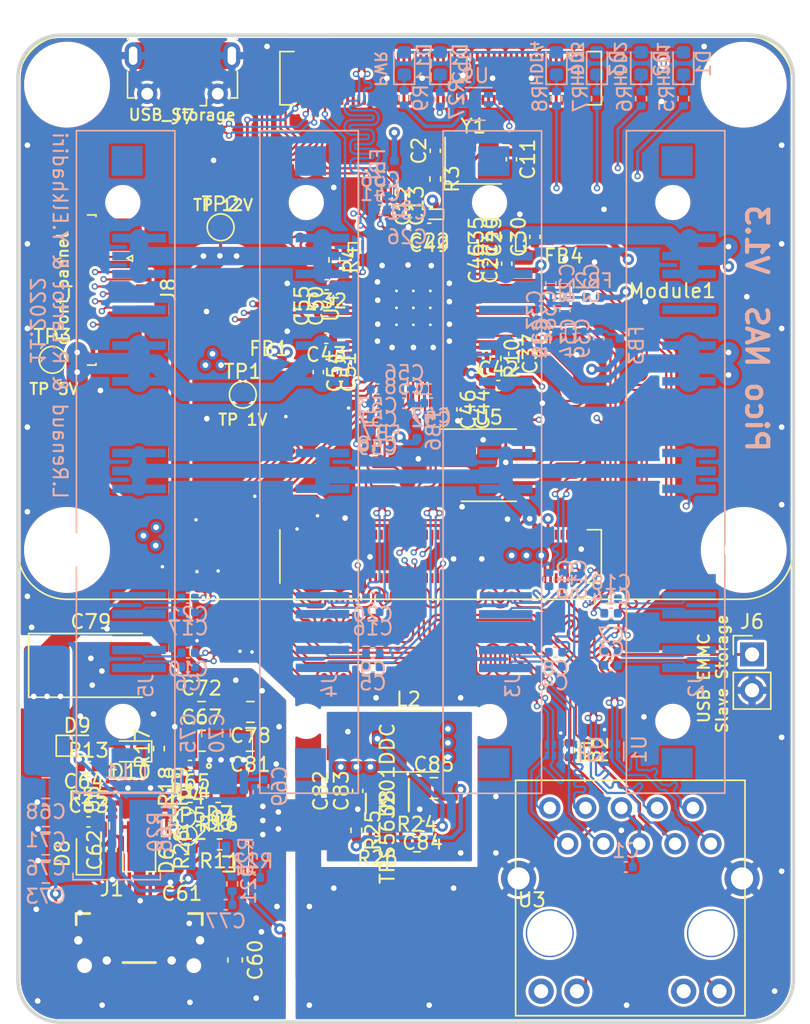
<source format=kicad_pcb>
(kicad_pcb (version 20211014) (generator pcbnew)

  (general
    (thickness 0.99)
  )

  (paper "A4")
  (layers
    (0 "F.Cu" signal)
    (1 "In1.Cu" power)
    (2 "In2.Cu" power)
    (31 "B.Cu" signal)
    (32 "B.Adhes" user "B.Adhesive")
    (33 "F.Adhes" user "F.Adhesive")
    (34 "B.Paste" user)
    (35 "F.Paste" user)
    (36 "B.SilkS" user "B.Silkscreen")
    (37 "F.SilkS" user "F.Silkscreen")
    (38 "B.Mask" user)
    (39 "F.Mask" user)
    (40 "Dwgs.User" user "User.Drawings")
    (41 "Cmts.User" user "User.Comments")
    (42 "Eco1.User" user "User.Eco1")
    (43 "Eco2.User" user "User.Eco2")
    (44 "Edge.Cuts" user)
    (45 "Margin" user)
    (46 "B.CrtYd" user "B.Courtyard")
    (47 "F.CrtYd" user "F.Courtyard")
    (48 "B.Fab" user)
    (49 "F.Fab" user)
    (50 "User.1" user)
    (51 "User.2" user)
    (52 "User.3" user)
    (53 "User.4" user)
    (54 "User.5" user)
    (55 "User.6" user)
    (56 "User.7" user)
    (57 "User.8" user)
    (58 "User.9" user)
  )

  (setup
    (stackup
      (layer "F.SilkS" (type "Top Silk Screen") (color "White"))
      (layer "F.Paste" (type "Top Solder Paste"))
      (layer "F.Mask" (type "Top Solder Mask") (color "Black") (thickness 0.01))
      (layer "F.Cu" (type "copper") (thickness 0.035))
      (layer "dielectric 1" (type "prepreg") (thickness 0.1) (material "FR4") (epsilon_r 4.5) (loss_tangent 0.02))
      (layer "In1.Cu" (type "copper") (thickness 0.0175))
      (layer "dielectric 2" (type "core") (thickness 0.665) (material "FR4") (epsilon_r 4.5) (loss_tangent 0.02))
      (layer "In2.Cu" (type "copper") (thickness 0.0175))
      (layer "dielectric 3" (type "prepreg") (thickness 0.1) (material "FR4") (epsilon_r 4.5) (loss_tangent 0.02))
      (layer "B.Cu" (type "copper") (thickness 0.035))
      (layer "B.Mask" (type "Bottom Solder Mask") (color "Black") (thickness 0.01))
      (layer "B.Paste" (type "Bottom Solder Paste"))
      (layer "B.SilkS" (type "Bottom Silk Screen") (color "White"))
      (copper_finish "None")
      (dielectric_constraints yes)
    )
    (pad_to_mask_clearance 0)
    (aux_axis_origin 171.2 118.5)
    (grid_origin 171.2 118.5)
    (pcbplotparams
      (layerselection 0x00010fc_ffffffff)
      (disableapertmacros false)
      (usegerberextensions false)
      (usegerberattributes true)
      (usegerberadvancedattributes true)
      (creategerberjobfile false)
      (svguseinch false)
      (svgprecision 6)
      (excludeedgelayer true)
      (plotframeref false)
      (viasonmask false)
      (mode 1)
      (useauxorigin true)
      (hpglpennumber 1)
      (hpglpenspeed 20)
      (hpglpendiameter 15.000000)
      (dxfpolygonmode true)
      (dxfimperialunits false)
      (dxfusepcbnewfont true)
      (psnegative false)
      (psa4output false)
      (plotreference false)
      (plotvalue false)
      (plotinvisibletext false)
      (sketchpadsonfab false)
      (subtractmaskfromsilk false)
      (outputformat 1)
      (mirror false)
      (drillshape 0)
      (scaleselection 1)
      (outputdirectory "Gerber/")
    )
  )

  (net 0 "")
  (net 1 "GND")
  (net 2 "Net-(C1-Pad1)")
  (net 3 "Net-(R1-Pad2)")
  (net 4 "/CM4/PCIE_RX_P")
  (net 5 "Net-(R2-Pad2)")
  (net 6 "/CM4/PCIE_RX_N")
  (net 7 "Net-(R21-Pad2)")
  (net 8 "Net-(R22-Pad1)")
  (net 9 "unconnected-(J2-Pad18)")
  (net 10 "unconnected-(J3-Pad18)")
  (net 11 "unconnected-(J4-Pad18)")
  (net 12 "unconnected-(J5-Pad18)")
  (net 13 "/CM4/n_eeprom_en")
  (net 14 "unconnected-(J7-Pad1)")
  (net 15 "/CM4/USB-")
  (net 16 "/CM4/USB+")
  (net 17 "/CM4/OTG_ID")
  (net 18 "/CM4/TRD3+")
  (net 19 "/CM4/TRD1+")
  (net 20 "/CM4/TRD3-")
  (net 21 "/CM4/TRD1-")
  (net 22 "/CM4/TRD2+")
  (net 23 "/CM4/TRD0+")
  (net 24 "/CM4/TRD2-")
  (net 25 "/CM4/TRD0-")
  (net 26 "/CM4/LEDY")
  (net 27 "unconnected-(Module1-Pad16)")
  (net 28 "/CM4/LEDG")
  (net 29 "unconnected-(Module1-Pad18)")
  (net 30 "unconnected-(Module1-Pad19)")
  (net 31 "unconnected-(Module1-Pad20)")
  (net 32 "Net-(D11-Pad1)")
  (net 33 "unconnected-(Module1-Pad24)")
  (net 34 "unconnected-(Module1-Pad25)")
  (net 35 "unconnected-(Module1-Pad26)")
  (net 36 "unconnected-(Module1-Pad27)")
  (net 37 "unconnected-(Module1-Pad28)")
  (net 38 "unconnected-(Module1-Pad29)")
  (net 39 "unconnected-(Module1-Pad30)")
  (net 40 "unconnected-(Module1-Pad31)")
  (net 41 "unconnected-(Module1-Pad34)")
  (net 42 "unconnected-(Module1-Pad35)")
  (net 43 "unconnected-(Module1-Pad36)")
  (net 44 "unconnected-(Module1-Pad45)")
  (net 45 "unconnected-(Module1-Pad46)")
  (net 46 "unconnected-(Module1-Pad47)")
  (net 47 "unconnected-(Module1-Pad50)")
  (net 48 "unconnected-(Module1-Pad51)")
  (net 49 "unconnected-(Module1-Pad54)")
  (net 50 "unconnected-(Module1-Pad55)")
  (net 51 "unconnected-(Module1-Pad56)")
  (net 52 "unconnected-(Module1-Pad57)")
  (net 53 "unconnected-(Module1-Pad58)")
  (net 54 "unconnected-(Module1-Pad61)")
  (net 55 "unconnected-(Module1-Pad62)")
  (net 56 "unconnected-(Module1-Pad63)")
  (net 57 "unconnected-(Module1-Pad64)")
  (net 58 "unconnected-(Module1-Pad67)")
  (net 59 "unconnected-(Module1-Pad68)")
  (net 60 "unconnected-(Module1-Pad69)")
  (net 61 "unconnected-(Module1-Pad70)")
  (net 62 "unconnected-(Module1-Pad72)")
  (net 63 "unconnected-(Module1-Pad73)")
  (net 64 "unconnected-(Module1-Pad75)")
  (net 65 "Net-(C2-Pad1)")
  (net 66 "/PCIe_sata/TX00+")
  (net 67 "/PCIe_sata/TX0+")
  (net 68 "/PCIe_sata/TX01+")
  (net 69 "/PCIe_sata/TX1+")
  (net 70 "/PCIe_sata/TX02+")
  (net 71 "/PCIe_sata/TX2+")
  (net 72 "/PCIe_sata/TX03+")
  (net 73 "/PCIe_sata/TX3+")
  (net 74 "/PCIe_sata/TX00-")
  (net 75 "/PCIe_sata/TX0-")
  (net 76 "/PCIe_sata/TX01-")
  (net 77 "/PCIe_sata/TX1-")
  (net 78 "/PCIe_sata/TX02-")
  (net 79 "/PCIe_sata/TX2-")
  (net 80 "/PCIe_sata/TX03-")
  (net 81 "/PCIe_sata/TX3-")
  (net 82 "Net-(C11-Pad1)")
  (net 83 "Net-(C12-Pad2)")
  (net 84 "unconnected-(Module1-Pad76)")
  (net 85 "Net-(C13-Pad2)")
  (net 86 "/PCIe_sata/RX00-")
  (net 87 "/PCIe_sata/RX0-")
  (net 88 "/PCIe_sata/RX01-")
  (net 89 "/PCIe_sata/RX1-")
  (net 90 "/PCIe_sata/RX02-")
  (net 91 "/PCIe_sata/RX2-")
  (net 92 "/PCIe_sata/RX03-")
  (net 93 "/PCIe_sata/RX3-")
  (net 94 "/PCIe_sata/RX00+")
  (net 95 "/PCIe_sata/RX0+")
  (net 96 "/PCIe_sata/RX01+")
  (net 97 "/PCIe_sata/RX1+")
  (net 98 "/PCIe_sata/RX02+")
  (net 99 "/PCIe_sata/RX2+")
  (net 100 "/PCIe_sata/RX03+")
  (net 101 "/PCIe_sata/RX3+")
  (net 102 "/PCIe_sata/VAA2_0")
  (net 103 "/PCIe_sata/VAA2_1")
  (net 104 "/PCIe_sata/VAA1")
  (net 105 "/PCIe_sata/AVDD0")
  (net 106 "+3V3")
  (net 107 "/PCIe_sata/VAA2_2")
  (net 108 "/PCIe_sata/VAA2_3")
  (net 109 "Net-(D1-Pad1)")
  (net 110 "Net-(D2-Pad1)")
  (net 111 "Net-(D3-Pad1)")
  (net 112 "Net-(D4-Pad1)")
  (net 113 "+1V0")
  (net 114 "+1V8")
  (net 115 "+12V")
  (net 116 "/CM4/pwr_led")
  (net 117 "+5V")
  (net 118 "unconnected-(Module1-Pad80)")
  (net 119 "unconnected-(Module1-Pad82)")
  (net 120 "unconnected-(Module1-Pad89)")
  (net 121 "unconnected-(Module1-Pad91)")
  (net 122 "unconnected-(Module1-Pad92)")
  (net 123 "unconnected-(Module1-Pad94)")
  (net 124 "Net-(D12-Pad1)")
  (net 125 "unconnected-(Module1-Pad96)")
  (net 126 "unconnected-(Module1-Pad97)")
  (net 127 "unconnected-(Module1-Pad100)")
  (net 128 "/CM4/PCIE_CLK_nREQ")
  (net 129 "unconnected-(Module1-Pad104)")
  (net 130 "unconnected-(Module1-Pad106)")
  (net 131 "/CM4/PCIE_nRST")
  (net 132 "/CM4/PCIE_CLK_P")
  (net 133 "unconnected-(Module1-Pad111)")
  (net 134 "/CM4/PCIE_CLK_N")
  (net 135 "unconnected-(Module1-Pad115)")
  (net 136 "unconnected-(Module1-Pad117)")
  (net 137 "unconnected-(Module1-Pad121)")
  (net 138 "/CM4/PCIE_TX_P")
  (net 139 "unconnected-(Module1-Pad123)")
  (net 140 "/CM4/PCIE_TX_N")
  (net 141 "Net-(R3-Pad2)")
  (net 142 "unconnected-(Module1-Pad127)")
  (net 143 "unconnected-(Module1-Pad128)")
  (net 144 "/PCIe_sata/led1")
  (net 145 "/PCIe_sata/led2")
  (net 146 "/PCIe_sata/led3")
  (net 147 "/PCIe_sata/led4")
  (net 148 "Net-(R10-Pad1)")
  (net 149 "unconnected-(Module1-Pad129)")
  (net 150 "unconnected-(Module1-Pad130)")
  (net 151 "unconnected-(Module1-Pad133)")
  (net 152 "unconnected-(Module1-Pad134)")
  (net 153 "unconnected-(Module1-Pad135)")
  (net 154 "unconnected-(Module1-Pad136)")
  (net 155 "unconnected-(Module1-Pad139)")
  (net 156 "unconnected-(Module1-Pad140)")
  (net 157 "unconnected-(Module1-Pad141)")
  (net 158 "unconnected-(Module1-Pad142)")
  (net 159 "unconnected-(Module1-Pad143)")
  (net 160 "unconnected-(Module1-Pad145)")
  (net 161 "unconnected-(Module1-Pad146)")
  (net 162 "unconnected-(Module1-Pad147)")
  (net 163 "unconnected-(Module1-Pad148)")
  (net 164 "unconnected-(Module1-Pad149)")
  (net 165 "unconnected-(Module1-Pad151)")
  (net 166 "unconnected-(Module1-Pad152)")
  (net 167 "unconnected-(Module1-Pad153)")
  (net 168 "unconnected-(Module1-Pad154)")
  (net 169 "unconnected-(Module1-Pad157)")
  (net 170 "unconnected-(Module1-Pad158)")
  (net 171 "unconnected-(Module1-Pad159)")
  (net 172 "unconnected-(Module1-Pad160)")
  (net 173 "unconnected-(Module1-Pad163)")
  (net 174 "unconnected-(Module1-Pad164)")
  (net 175 "unconnected-(Module1-Pad165)")
  (net 176 "unconnected-(Module1-Pad166)")
  (net 177 "unconnected-(Module1-Pad169)")
  (net 178 "unconnected-(Module1-Pad170)")
  (net 179 "unconnected-(Module1-Pad171)")
  (net 180 "unconnected-(Module1-Pad172)")
  (net 181 "unconnected-(Module1-Pad175)")
  (net 182 "unconnected-(Module1-Pad176)")
  (net 183 "unconnected-(Module1-Pad177)")
  (net 184 "unconnected-(Module1-Pad178)")
  (net 185 "unconnected-(Module1-Pad181)")
  (net 186 "unconnected-(Module1-Pad182)")
  (net 187 "unconnected-(Module1-Pad183)")
  (net 188 "unconnected-(Module1-Pad184)")
  (net 189 "unconnected-(Module1-Pad187)")
  (net 190 "unconnected-(Module1-Pad188)")
  (net 191 "unconnected-(Module1-Pad189)")
  (net 192 "unconnected-(Module1-Pad190)")
  (net 193 "unconnected-(Module1-Pad193)")
  (net 194 "unconnected-(Module1-Pad194)")
  (net 195 "unconnected-(Module1-Pad195)")
  (net 196 "unconnected-(Module1-Pad196)")
  (net 197 "unconnected-(Module1-Pad199)")
  (net 198 "unconnected-(Module1-Pad200)")
  (net 199 "/PCIe_sata/SPI_DO")
  (net 200 "/PCIe_sata/SPI_CS")
  (net 201 "/PCIe_sata/SPI_DI")
  (net 202 "Net-(C66-Pad2)")
  (net 203 "Net-(C66-Pad1)")
  (net 204 "Net-(C69-Pad2)")
  (net 205 "Net-(C77-Pad2)")
  (net 206 "Net-(L1-Pad1)")
  (net 207 "/PCIe_sata/SPI_CLK")
  (net 208 "unconnected-(U4-Pad21)")
  (net 209 "unconnected-(U4-Pad38)")
  (net 210 "VBUS")
  (net 211 "Net-(C61-Pad1)")
  (net 212 "Net-(C63-Pad2)")
  (net 213 "Net-(C64-Pad2)")
  (net 214 "Net-(C65-Pad2)")
  (net 215 "Net-(D9-Pad1)")
  (net 216 "Net-(D10-Pad1)")
  (net 217 "/Power/CC1")
  (net 218 "/Power/CC2")
  (net 219 "Net-(Q1-Pad3)")
  (net 220 "/Power/SCL")
  (net 221 "/Power/Vbus_vs_Disch")
  (net 222 "/Power/SDA")
  (net 223 "Net-(R15-Pad1)")
  (net 224 "Net-(R17-Pad1)")
  (net 225 "Net-(R18-Pad2)")
  (net 226 "unconnected-(U4-Pad60)")
  (net 227 "unconnected-(U4-Pad63)")
  (net 228 "unconnected-(U4-Pad64)")
  (net 229 "unconnected-(U4-Pad65)")
  (net 230 "unconnected-(U4-Pad66)")
  (net 231 "unconnected-(U4-Pad67)")
  (net 232 "unconnected-(U4-Pad72)")
  (net 233 "unconnected-(U4-Pad73)")
  (net 234 "unconnected-(U4-Pad74)")
  (net 235 "unconnected-(U4-Pad75)")
  (net 236 "unconnected-(U4-Pad76)")
  (net 237 "unconnected-(U6-Pad3)")
  (net 238 "unconnected-(U6-Pad11)")
  (net 239 "unconnected-(U6-Pad15)")
  (net 240 "unconnected-(U6-Pad17)")
  (net 241 "unconnected-(U6-Pad19)")
  (net 242 "VDD")
  (net 243 "unconnected-(U4-Pad35)")
  (net 244 "unconnected-(U4-Pad37)")
  (net 245 "unconnected-(U4-Pad43)")
  (net 246 "unconnected-(U4-Pad46)")
  (net 247 "unconnected-(U4-Pad47)")
  (net 248 "unconnected-(U4-Pad48)")
  (net 249 "unconnected-(U4-Pad49)")
  (net 250 "unconnected-(U4-Pad50)")
  (net 251 "unconnected-(U4-Pad57)")
  (net 252 "Net-(C84-Pad2)")
  (net 253 "Net-(R24-Pad1)")
  (net 254 "Net-(R25-Pad1)")
  (net 255 "Net-(C84-Pad1)")
  (net 256 "unconnected-(U8-Pad5)")
  (net 257 "Net-(Module1-Pad21)")
  (net 258 "Net-(R9-Pad1)")
  (net 259 "Net-(R28-Pad1)")
  (net 260 "/CM4/screen_MOSI")
  (net 261 "/CM4/screen_CLK")
  (net 262 "/CM4/screen_CS")
  (net 263 "/CM4/screen_DC")
  (net 264 "/CM4/screen_RST")
  (net 265 "/CM4/screen_BL")
  (net 266 "/CM4/globalEN")
  (net 267 "unconnected-(Module1-Pad37)")
  (net 268 "unconnected-(Module1-Pad40)")

  (footprint "Capacitor_SMD:C_0402_1005Metric" (layer "F.Cu") (at 183.5 100.3 180))

  (footprint "Capacitor_SMD:C_0402_1005Metric" (layer "F.Cu") (at 200 104.6 180))

  (footprint "Resistor_SMD:R_0402_1005Metric" (layer "F.Cu") (at 181.75 106.25 -90))

  (footprint "Capacitor_SMD:C_0402_1005Metric" (layer "F.Cu") (at 177.9 106.3 90))

  (footprint "Capacitor_SMD:C_0805_2012Metric" (layer "F.Cu") (at 184.32 96.5))

  (footprint "Resistor_SMD:R_0402_1005Metric" (layer "F.Cu") (at 195.3 104.9 -90))

  (footprint "Capacitor_SMD:C_0402_1005Metric" (layer "F.Cu") (at 207.97 62.8 90))

  (footprint "Capacitor_SMD:C_0402_1005Metric" (layer "F.Cu") (at 206.475 71.1 -90))

  (footprint "Crystal:Crystal_SMD_Abracon_ABM8G-4Pin_3.2x2.5mm" (layer "F.Cu") (at 203.6 57.4))

  (footprint "LED_SMD:LED_0603_1608Metric" (layer "F.Cu") (at 179.3 99.3 180))

  (footprint "Capacitor_SMD:C_0402_1005Metric" (layer "F.Cu") (at 175.97 102.6))

  (footprint "Resistor_SMD:R_0402_1005Metric" (layer "F.Cu") (at 185.5 103.3 180))

  (footprint "Inductor_SMD:L_Coilcraft_XxL4020" (layer "F.Cu") (at 199 98.6))

  (footprint "TestPoint:TestPoint_Pad_D1.0mm" (layer "F.Cu") (at 183.3 105.275))

  (footprint "Capacitor_SMD:C_0402_1005Metric" (layer "F.Cu") (at 204.97 64.7 90))

  (footprint "Capacitor_SMD:C_0603_1608Metric" (layer "F.Cu") (at 194.2 102.1 90))

  (footprint "Resistor_SMD:R_0402_1005Metric" (layer "F.Cu") (at 184 101.8 90))

  (footprint "Capacitor_SMD:C_0402_1005Metric" (layer "F.Cu") (at 200.47 62.2 180))

  (footprint "Capacitor_SMD:C_0402_1005Metric" (layer "F.Cu") (at 192.6 72.4 -90))

  (footprint "CM4+NAS:1610" (layer "F.Cu") (at 185.6 107.30842 180))

  (footprint "Capacitor_SMD:C_0402_1005Metric" (layer "F.Cu") (at 206.3 57.3 -90))

  (footprint "Resistor_SMD:R_0402_1005Metric" (layer "F.Cu") (at 205.175 71.425 -90))

  (footprint "Connector_PinHeader_2.54mm:PinHeader_1x02_P2.54mm_Vertical" (layer "F.Cu") (at 223.37 92.425))

  (footprint "Resistor_SMD:R_0402_1005Metric" (layer "F.Cu") (at 211.47 99.2 -90))

  (footprint "Resistor_SMD:R_0402_1005Metric" (layer "F.Cu") (at 200.9 58.7 -90))

  (footprint "Capacitor_SMD:C_0402_1005Metric" (layer "F.Cu") (at 205.97 64.7 90))

  (footprint "Capacitor_Tantalum_SMD:CP_EIA-7343-31_Kemet-D" (layer "F.Cu") (at 176.47 93.2))

  (footprint "Capacitor_SMD:C_0402_1005Metric" (layer "F.Cu") (at 193.6 67.7 90))

  (footprint "Capacitor_SMD:C_0603_1608Metric" (layer "F.Cu") (at 182.925 107.95 180))

  (footprint "Resistor_SMD:R_0402_1005Metric" (layer "F.Cu") (at 210.385 99.21 -90))

  (footprint "Capacitor_SMD:C_0805_2012Metric" (layer "F.Cu") (at 184.32 98.55))

  (footprint "Resistor_SMD:R_0402_1005Metric" (layer "F.Cu") (at 193.74 64.44 -90))

  (footprint "Capacitor_SMD:C_0402_1005Metric" (layer "F.Cu") (at 197.45 60.6 -90))

  (footprint "Capacitor_SMD:C_0402_1005Metric" (layer "F.Cu") (at 193.2 66.2 180))

  (footprint "Package_TO_SOT_SMD:SOT-323_SC-70" (layer "F.Cu") (at 179.9 107.1 -90))

  (footprint "Capacitor_SMD:C_0805_2012Metric" (layer "F.Cu") (at 187.77 98.55 180))

  (footprint "Capacitor_SMD:C_0402_1005Metric" (layer "F.Cu") (at 205.37 73.35))

  (footprint "Resistor_SMD:R_0603_1608Metric" (layer "F.Cu") (at 199.6 105.9))

  (footprint "Capacitor_SMD:C_0402_1005Metric" (layer "F.Cu") (at 203.075 75.05 -90))

  (footprint "Capacitor_SMD:C_0402_1005Metric" (layer "F.Cu") (at 193.17 70 180))

  (footprint "Package_DFN_QFN:QFN-24-1EP_4x4mm_P0.5mm_EP2.7x2.7mm" (layer "F.Cu") (at 179.9 102.7 90))

  (footprint "TestPoint:TestPoint_Pad_D1.5mm" (layer "F.Cu") (at 185.675 62.125))

  (footprint "Inductor_SMD:L_0402_1005Metric" (layer "F.Cu") (at 210 63 180))

  (footprint "CM4+NAS:TPS56339DDCR" (layer "F.Cu") (at 197.5 103 -90))

  (footprint "Resistor_SMD:R_0402_1005Metric" (layer "F.Cu") (at 183.275 106.225))

  (footprint "Connector_FFC-FPC:TE_1-1734839-0_1x10-1MP_P0.5mm_Horizontal" (layer "F.Cu") (at 178.875 66.575 -90))

  (footprint "TestPoint:TestPoint_Pad_D1.0mm" (layer "F.Cu") (at 183.2 104))

  (footprint "Capacitor_SMD:C_0603_1608Metric" (layer "F.Cu") (at 186.7 114.1 -90))

  (footprint "CM4+NAS:UDFN6B" (layer "F.Cu") (at 185.9 101.4))

  (footprint "CM4+NAS:C_POL_0402_1005Metric" (layer "F.Cu") (at 206.97 62.8 90))

  (footprint "Capacitor_SMD:C_0402_1005Metric" (layer "F.Cu") (at 198.4 60.6 -90))

  (footprint "CM4+NAS:C_POL_0402_1005Metric" (layer "F.Cu") (at 200.47 61.2 180))

  (footprint "Capacitor_SMD:C_0805_2012Metric" (layer "F.Cu") (at 200.8 101.9))

  (footprint "Resistor_SMD:R_0402_1005Metric" (layer "F.Cu") (at 176.3 100.4))

  (footprint "Resistor_SMD:R_0402_1005Metric" (layer "F.Cu") (at 183 101.8 90))

  (footprint "Capacitor_SMD:C_0402_1005Metric" (layer "F.Cu") (at 195.4 102.1 90))

  (footprint "Capacitor_SMD:C_0402_1005Metric" (layer "F.Cu")
    (tedit 5F68FEEE) (tstamp c97dbbd5-0a8c-4df8-8f83-a88720b9bd8b)
    (at 193.6 72.4 -90)
    (descr "Capacitor SMD 0402 (1005 Metric), square (rectangular) end terminal, IPC_7351 nominal, (Body size source: IPC-SM-782 page 76, https://www.pcb-3d.com/wordpress/wp-content/uploads/ipc-sm-782a_amendment_1_and_2.pdf), generated with kicad-footprint-generator")
    (tags "capacitor")
    (property "MFR" "Kemet")
    (property "MPN" "F981A225MUA ")
    (property "Sheetfile" "PCIe_sata.kicad_sch")
    (property "Sheetname" "PCIe_sata")
    (path "/2c979e14-b388-4161-9e61-0df9b5317aa8/f0db51fc-6c68-4853-9f11-e04b298aa4b9")
    (attr smd)
    (fp_text reference "C51" (at 0 -1.16 90) (layer "F.SilkS")
      (effects (font (size 1 1) (thickness 0.15)))
      (tstamp 7cc69e7b-6b8f-4a74-8c7e-085cbc9f900d)
    )
    (fp_text value "10n" (at 0 1.16 90) (layer "F.Fab")
      (effects (font (size 1 1) (thickness 0.15)))
      (tstamp 8e81fe87-cae3-48bb-85f8-1c3df443ad19)
    )
    (fp_text user "${REFERENCE}" (at 0 0 90) (layer "F.Fab")
      (effects (font (size 0.25 0.25) (thickness 0.04)))
      (tstamp 4a80d056-dd21-4dc2-8446-10d83ab49229)
    )
    (fp_line (start -0.107836 0.36) (end 0.107836 0.36) (layer "F.SilkS") (width 0.12) (tstamp 507b0a73-996c-414d-bd34-9a11c8abba03))
    (fp_line (start -0.107836 -0.36) (end 0.107836 -0.36) (layer "F.SilkS") (width 0.12) (tstamp 7a072aac-4d06-4cf1-abb7-898692de1868))
    (fp_line (start 0.91 0.46) (end -0.91 0.46) (layer "F.CrtYd") (width 0.05) (tstamp 0232d246-f5f5-46e2-b59a-b149a4949020))
    (fp_line (start 0.91 -0.46) (end 0.91 0.46) (layer "F.CrtYd") (width 0.05) (tstamp 1630cc18-6f58-4996-aafc-95523fcfec17))
    (fp_line (start -0.91 0.46) (end -0.91 -0.46) (layer "F.CrtYd") (width 0.05) (tstamp 2d2716b8-5ac2-4782-8382-fec83808a5ce))
    (fp_line (s
... [3364406 chars truncated]
</source>
